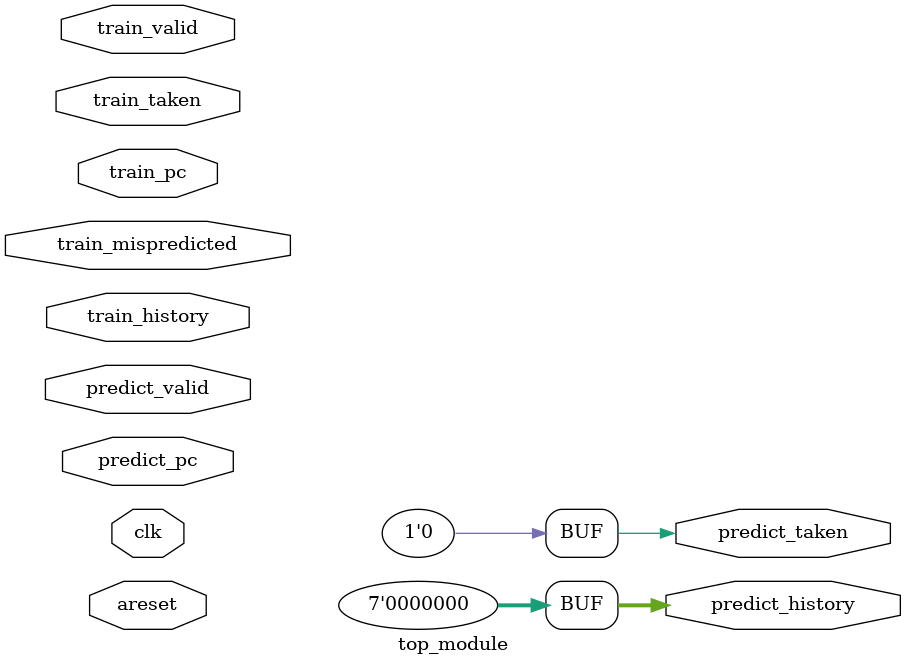
<source format=sv>
module top_module(
    input clk,
    input areset, 

    input predict_valid,
    input [6:0] predict_pc,
    output predict_taken, 
    output [6:0] predict_history,

    input train_valid,
    input train_taken,
    input train_mispredicted,
    input [6:0] train_history, 
    input [6:0] train_pc
);

reg [2:0] pht [0:127];
reg [6:0] ghr;
reg predict_taken;
reg [6:0] predict_history;

always @(posedge clk or posedge areset) begin
    if (areset)
        ghr <= 7'b0;
    else
        ghr <= {ghr[5:0], predict_taken};
end

always @(posedge clk or posedge areset) begin
    if (areset) begin
        for (integer i = 0; i < 128; i = i + 1)
            pht[i] <= 3'b0;
    end else if (train_valid) begin
        pht[train_pc ^ train_history] <=
            train_mispredicted ? pht[train_pc ^ train_history] + 2'd1 : pht[train_pc ^ train_history] - 2'd1;
    end else if (predict_valid) begin
        predict_taken <= pht[predict_pc ^ predict_history] > 1;
        predict_history <= ghr;
    end
end

assign predict_taken = 1'b0;
assign predict_history = 7'b0;

endmodule

</source>
